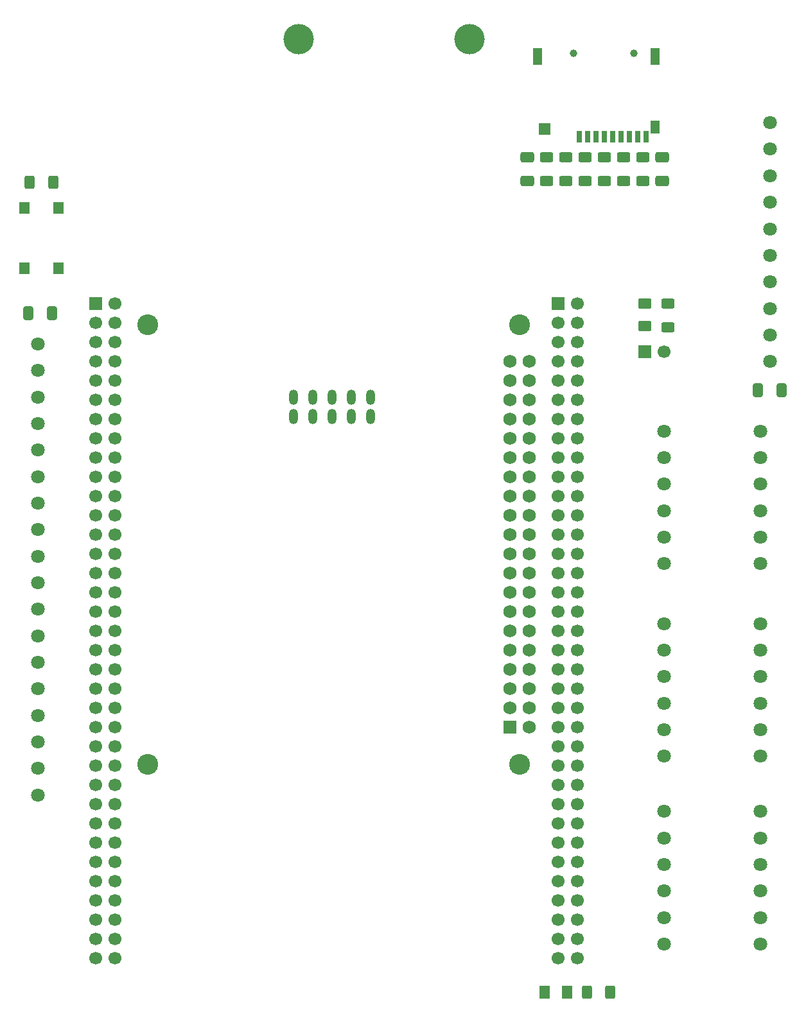
<source format=gbr>
%TF.GenerationSoftware,KiCad,Pcbnew,9.0.1*%
%TF.CreationDate,2025-10-08T20:15:02+11:00*%
%TF.ProjectId,Remora Nucleo F446ZE Hat,52656d6f-7261-4204-9e75-636c656f2046,rev?*%
%TF.SameCoordinates,Original*%
%TF.FileFunction,Soldermask,Top*%
%TF.FilePolarity,Negative*%
%FSLAX46Y46*%
G04 Gerber Fmt 4.6, Leading zero omitted, Abs format (unit mm)*
G04 Created by KiCad (PCBNEW 9.0.1) date 2025-10-08 20:15:02*
%MOMM*%
%LPD*%
G01*
G04 APERTURE LIST*
G04 Aperture macros list*
%AMRoundRect*
0 Rectangle with rounded corners*
0 $1 Rounding radius*
0 $2 $3 $4 $5 $6 $7 $8 $9 X,Y pos of 4 corners*
0 Add a 4 corners polygon primitive as box body*
4,1,4,$2,$3,$4,$5,$6,$7,$8,$9,$2,$3,0*
0 Add four circle primitives for the rounded corners*
1,1,$1+$1,$2,$3*
1,1,$1+$1,$4,$5*
1,1,$1+$1,$6,$7*
1,1,$1+$1,$8,$9*
0 Add four rect primitives between the rounded corners*
20,1,$1+$1,$2,$3,$4,$5,0*
20,1,$1+$1,$4,$5,$6,$7,0*
20,1,$1+$1,$6,$7,$8,$9,0*
20,1,$1+$1,$8,$9,$2,$3,0*%
G04 Aperture macros list end*
%ADD10C,1.803400*%
%ADD11RoundRect,0.250000X0.625000X-0.400000X0.625000X0.400000X-0.625000X0.400000X-0.625000X-0.400000X0*%
%ADD12RoundRect,0.250000X-0.650000X0.412500X-0.650000X-0.412500X0.650000X-0.412500X0.650000X0.412500X0*%
%ADD13RoundRect,0.250001X-0.462499X-0.624999X0.462499X-0.624999X0.462499X0.624999X-0.462499X0.624999X0*%
%ADD14C,1.000000*%
%ADD15R,0.700000X1.600000*%
%ADD16R,1.600000X1.500000*%
%ADD17R,1.200000X1.800000*%
%ADD18R,1.200000X2.200000*%
%ADD19R,1.700000X1.700000*%
%ADD20C,1.700000*%
%ADD21RoundRect,0.250000X0.400000X0.625000X-0.400000X0.625000X-0.400000X-0.625000X0.400000X-0.625000X0*%
%ADD22C,4.000000*%
%ADD23O,1.200000X2.000000*%
%ADD24RoundRect,0.250000X0.412500X0.650000X-0.412500X0.650000X-0.412500X-0.650000X0.412500X-0.650000X0*%
%ADD25RoundRect,0.250000X-0.412500X-0.650000X0.412500X-0.650000X0.412500X0.650000X-0.412500X0.650000X0*%
%ADD26RoundRect,0.250001X0.624999X-0.462499X0.624999X0.462499X-0.624999X0.462499X-0.624999X-0.462499X0*%
%ADD27R,1.400000X1.600000*%
%ADD28C,2.750000*%
%ADD29R,1.750000X1.750000*%
%ADD30C,1.750000*%
G04 APERTURE END LIST*
D10*
%TO.C,J14*%
X99060000Y-130855000D03*
X99060000Y-127355000D03*
X99060000Y-123855000D03*
X99060000Y-120355000D03*
X99060000Y-116855000D03*
X99060000Y-113355000D03*
X99060000Y-109855000D03*
X99060000Y-106355000D03*
X99060000Y-102855000D03*
X99060000Y-99355000D03*
X99060000Y-95855000D03*
X99060000Y-92355000D03*
X99060000Y-88855000D03*
X99060000Y-85355000D03*
X99060000Y-81855000D03*
X99060000Y-78355000D03*
X99060000Y-74855000D03*
X99060000Y-71355000D03*
%TD*%
%TO.C,J12*%
X195580000Y-73660000D03*
X195580000Y-70160000D03*
X195580000Y-66660000D03*
X195580000Y-63160000D03*
X195580000Y-59660000D03*
X195580000Y-56160000D03*
X195580000Y-52660000D03*
X195580000Y-49160000D03*
X195580000Y-45660000D03*
X195580000Y-42160000D03*
%TD*%
D11*
%TO.C,R32*%
X171196000Y-49836000D03*
X171196000Y-46736000D03*
%TD*%
%TO.C,R26*%
X178816000Y-49836000D03*
X178816000Y-46736000D03*
%TD*%
D12*
%TO.C,C53*%
X181356000Y-46711000D03*
X181356000Y-49836000D03*
%TD*%
D10*
%TO.C,J9*%
X194310000Y-125730000D03*
X194310000Y-122230000D03*
X194310000Y-118729999D03*
X194310000Y-115229998D03*
X194310000Y-111729998D03*
X194310000Y-108229997D03*
%TD*%
D13*
%TO.C,D8*%
X165860000Y-156845000D03*
X168835000Y-156845000D03*
%TD*%
D10*
%TO.C,J6*%
X181610000Y-150510002D03*
X181610000Y-147010002D03*
X181610000Y-143510001D03*
X181610000Y-140010000D03*
X181610000Y-136510000D03*
X181610000Y-133009999D03*
%TD*%
%TO.C,J7*%
X194310000Y-150510002D03*
X194310000Y-147010002D03*
X194310000Y-143510001D03*
X194310000Y-140010000D03*
X194310000Y-136510000D03*
X194310000Y-133009999D03*
%TD*%
%TO.C,J8*%
X181610000Y-125730000D03*
X181610000Y-122230000D03*
X181610000Y-118729999D03*
X181610000Y-115229998D03*
X181610000Y-111729998D03*
X181610000Y-108229997D03*
%TD*%
D11*
%TO.C,R33*%
X173736000Y-49836000D03*
X173736000Y-46736000D03*
%TD*%
D14*
%TO.C,J4*%
X177672000Y-33020000D03*
X169672000Y-33020000D03*
D15*
X170472000Y-44020000D03*
X171572000Y-44020000D03*
X172672000Y-44020000D03*
X173772000Y-44020000D03*
X174872000Y-44020000D03*
X175972000Y-44020000D03*
X177072000Y-44020000D03*
X178172000Y-44020000D03*
D16*
X165872000Y-42970000D03*
D17*
X180472000Y-42720000D03*
D18*
X164972000Y-33420000D03*
X180472000Y-33420000D03*
D15*
X179272000Y-44020000D03*
%TD*%
D19*
%TO.C,J3*%
X179065000Y-72390000D03*
D20*
X181605000Y-72390000D03*
%TD*%
D21*
%TO.C,R17*%
X174550000Y-156845000D03*
X171450000Y-156845000D03*
%TD*%
D11*
%TO.C,R30*%
X166116000Y-49836000D03*
X166116000Y-46736000D03*
%TD*%
%TO.C,R1*%
X182118000Y-69140000D03*
X182118000Y-66040000D03*
%TD*%
%TO.C,R31*%
X168656000Y-49836000D03*
X168656000Y-46736000D03*
%TD*%
D19*
%TO.C,J1*%
X106680000Y-66040000D03*
D20*
X109220000Y-66040000D03*
X106680000Y-68580000D03*
X109220000Y-68580000D03*
X106680000Y-71120000D03*
X109220000Y-71120000D03*
X106680000Y-73660000D03*
X109220000Y-73660000D03*
X106680000Y-76200000D03*
X109220000Y-76200000D03*
X106680000Y-78740000D03*
X109220000Y-78740000D03*
X106680000Y-81280000D03*
X109220000Y-81280000D03*
X106680000Y-83820000D03*
X109220000Y-83820000D03*
X106680000Y-86360000D03*
X109220000Y-86360000D03*
X106680000Y-88900000D03*
X109220000Y-88900000D03*
X106680000Y-91440000D03*
X109220000Y-91440000D03*
X106680000Y-93980000D03*
X109220000Y-93980000D03*
X106680000Y-96520000D03*
X109220000Y-96520000D03*
X106680000Y-99060000D03*
X109220000Y-99060000D03*
X106680000Y-101600000D03*
X109220000Y-101600000D03*
X106680000Y-104140000D03*
X109220000Y-104140000D03*
X106680000Y-106680000D03*
X109220000Y-106680000D03*
X106680000Y-109220000D03*
X109220000Y-109220000D03*
X106680000Y-111760000D03*
X109220000Y-111760000D03*
X106680000Y-114300000D03*
X109220000Y-114300000D03*
X106680000Y-116840000D03*
X109220000Y-116840000D03*
X106680000Y-119380000D03*
X109220000Y-119380000D03*
X106680000Y-121920000D03*
X109220000Y-121920000D03*
X106680000Y-124460000D03*
X109220000Y-124460000D03*
X106680000Y-127000000D03*
X109220000Y-127000000D03*
X106680000Y-129540000D03*
X109220000Y-129540000D03*
X106680000Y-132080000D03*
X109220000Y-132080000D03*
X106680000Y-134620000D03*
X109220000Y-134620000D03*
X106680000Y-137160000D03*
X109220000Y-137160000D03*
X106680000Y-139700000D03*
X109220000Y-139700000D03*
X106680000Y-142240000D03*
X109220000Y-142240000D03*
X106680000Y-144780000D03*
X109220000Y-144780000D03*
X106680000Y-147320000D03*
X109220000Y-147320000D03*
X106680000Y-149860000D03*
X109220000Y-149860000D03*
X106680000Y-152400000D03*
X109220000Y-152400000D03*
%TD*%
D22*
%TO.C,U1*%
X133470000Y-31170000D03*
X155970000Y-31170000D03*
D23*
X142900000Y-78380000D03*
X140360000Y-78380000D03*
X137820000Y-78380000D03*
X135280000Y-78380000D03*
X132740000Y-78380000D03*
X132740000Y-80920000D03*
X135280000Y-80920000D03*
X137820000Y-80920000D03*
X140360000Y-80920000D03*
X142900000Y-80920000D03*
%TD*%
D10*
%TO.C,J11*%
X194310000Y-100330000D03*
X194310000Y-96830000D03*
X194310000Y-93329999D03*
X194310000Y-89829998D03*
X194310000Y-86329998D03*
X194310000Y-82829997D03*
%TD*%
D24*
%TO.C,C22*%
X197142500Y-77470000D03*
X194017500Y-77470000D03*
%TD*%
D25*
%TO.C,C24*%
X97790000Y-67310000D03*
X100915000Y-67310000D03*
%TD*%
D12*
%TO.C,C54*%
X163576000Y-46711000D03*
X163576000Y-49836000D03*
%TD*%
D11*
%TO.C,R25*%
X176276000Y-49836000D03*
X176276000Y-46736000D03*
%TD*%
D19*
%TO.C,J2*%
X167640000Y-66040000D03*
D20*
X170180000Y-66040000D03*
X167640000Y-68580000D03*
X170180000Y-68580000D03*
X167640000Y-71120000D03*
X170180000Y-71120000D03*
X167640000Y-73660000D03*
X170180000Y-73660000D03*
X167640000Y-76200000D03*
X170180000Y-76200000D03*
X167640000Y-78740000D03*
X170180000Y-78740000D03*
X167640000Y-81280000D03*
X170180000Y-81280000D03*
X167640000Y-83820000D03*
X170180000Y-83820000D03*
X167640000Y-86360000D03*
X170180000Y-86360000D03*
X167640000Y-88900000D03*
X170180000Y-88900000D03*
X167640000Y-91440000D03*
X170180000Y-91440000D03*
X167640000Y-93980000D03*
X170180000Y-93980000D03*
X167640000Y-96520000D03*
X170180000Y-96520000D03*
X167640000Y-99060000D03*
X170180000Y-99060000D03*
X167640000Y-101600000D03*
X170180000Y-101600000D03*
X167640000Y-104140000D03*
X170180000Y-104140000D03*
X167640000Y-106680000D03*
X170180000Y-106680000D03*
X167640000Y-109220000D03*
X170180000Y-109220000D03*
X167640000Y-111760000D03*
X170180000Y-111760000D03*
X167640000Y-114300000D03*
X170180000Y-114300000D03*
X167640000Y-116840000D03*
X170180000Y-116840000D03*
X167640000Y-119380000D03*
X170180000Y-119380000D03*
X167640000Y-121920000D03*
X170180000Y-121920000D03*
X167640000Y-124460000D03*
X170180000Y-124460000D03*
X167640000Y-127000000D03*
X170180000Y-127000000D03*
X167640000Y-129540000D03*
X170180000Y-129540000D03*
X167640000Y-132080000D03*
X170180000Y-132080000D03*
X167640000Y-134620000D03*
X170180000Y-134620000D03*
X167640000Y-137160000D03*
X170180000Y-137160000D03*
X167640000Y-139700000D03*
X170180000Y-139700000D03*
X167640000Y-142240000D03*
X170180000Y-142240000D03*
X167640000Y-144780000D03*
X170180000Y-144780000D03*
X167640000Y-147320000D03*
X170180000Y-147320000D03*
X167640000Y-149860000D03*
X170180000Y-149860000D03*
X167640000Y-152400000D03*
X170180000Y-152400000D03*
%TD*%
D21*
%TO.C,R19*%
X101092000Y-50038000D03*
X97992000Y-50038000D03*
%TD*%
D26*
%TO.C,D1*%
X179070000Y-69015000D03*
X179070000Y-66040000D03*
%TD*%
D10*
%TO.C,J10*%
X181610000Y-100330000D03*
X181610000Y-96830000D03*
X181610000Y-93329999D03*
X181610000Y-89829998D03*
X181610000Y-86329998D03*
X181610000Y-82829997D03*
%TD*%
D27*
%TO.C,SW2*%
X97318000Y-61404000D03*
X97318000Y-53404000D03*
X101818000Y-61404000D03*
X101818000Y-53404000D03*
%TD*%
D28*
%TO.C,RP1*%
X113560000Y-126790000D03*
X162560000Y-126790000D03*
X113560000Y-68790000D03*
X162560000Y-68790000D03*
D29*
X161290000Y-121920000D03*
D30*
X163830000Y-121920000D03*
X161290000Y-119380000D03*
X163830000Y-119380000D03*
X161290000Y-116840000D03*
X163830000Y-116840000D03*
X161290000Y-114300000D03*
X163830000Y-114300000D03*
X161290000Y-111760000D03*
X163830000Y-111760000D03*
X161290000Y-109220000D03*
X163830000Y-109220000D03*
X161290000Y-106680000D03*
X163830000Y-106680000D03*
X161290000Y-104140000D03*
X163830000Y-104140000D03*
X161290000Y-101600000D03*
X163830000Y-101600000D03*
X161290000Y-99060000D03*
X163830000Y-99060000D03*
X161290000Y-96520000D03*
X163830000Y-96520000D03*
X161290000Y-93980000D03*
X163830000Y-93980000D03*
X161290000Y-91440000D03*
X163830000Y-91440000D03*
X161290000Y-88900000D03*
X163830000Y-88900000D03*
X161290000Y-86360000D03*
X163830000Y-86360000D03*
X161290000Y-83820000D03*
X163830000Y-83820000D03*
X161290000Y-81280000D03*
X163830000Y-81280000D03*
X161290000Y-78740000D03*
X163830000Y-78740000D03*
X161290000Y-76200000D03*
X163830000Y-76200000D03*
X161290000Y-73660000D03*
X163830000Y-73660000D03*
%TD*%
M02*

</source>
